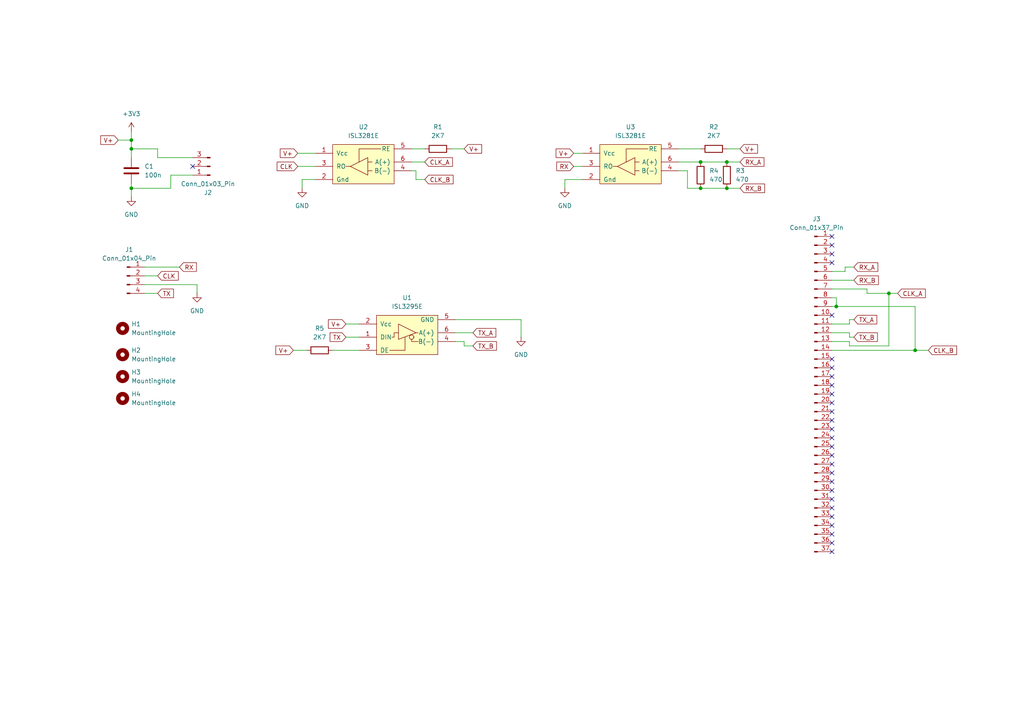
<source format=kicad_sch>
(kicad_sch (version 20231120) (generator "eeschema") (generator_version "8.0")
  (paper "A4")
  (lib_symbols
    (symbol "Connector:Conn_01x03_Pin" (pin_names (offset 1.016) hide)
      (property "Reference" "J" (at 0 5.08 0))
      (property "Value" "Conn_01x03_Pin" (at 0 -5.08 0))
      (symbol "Conn_01x03_Pin_1_1"
        (polyline (pts (xy 1.27 -2.54) (xy 0.8636 -2.54)) (stroke (width 0.1524)))
        (polyline (pts (xy 1.27 0) (xy 0.8636 0)) (stroke (width 0.1524)))
        (polyline (pts (xy 1.27 2.54) (xy 0.8636 2.54)) (stroke (width 0.1524)))
        (rectangle (start 0.8636 -2.413) (end 0 -2.667) (stroke (width 0.1524)) (fill (type outline)))
        (rectangle (start 0.8636 0.127) (end 0 -0.127) (stroke (width 0.1524)) (fill (type outline)))
        (rectangle (start 0.8636 2.667) (end 0 2.413) (stroke (width 0.1524)) (fill (type outline)))
        (pin passive line (at 5.08 2.54 180) (length 3.81) (name "Pin_1") (number "1"))
        (pin passive line (at 5.08 0 180) (length 3.81) (name "Pin_2") (number "2"))
        (pin passive line (at 5.08 -2.54 180) (length 3.81) (name "Pin_3") (number "3"))
      )
    )
    (symbol "Connector:Conn_01x04_Pin" (pin_names (offset 1.016) hide)
      (property "Reference" "J" (at 0 5.08 0))
      (property "Value" "Conn_01x04_Pin" (at 0 -7.62 0))
      (symbol "Conn_01x04_Pin_1_1"
        (polyline (pts (xy 1.27 -5.08) (xy 0.8636 -5.08)) (stroke (width 0.1524)))
        (polyline (pts (xy 1.27 -2.54) (xy 0.8636 -2.54)) (stroke (width 0.1524)))
        (polyline (pts (xy 1.27 0) (xy 0.8636 0)) (stroke (width 0.1524)))
        (polyline (pts (xy 1.27 2.54) (xy 0.8636 2.54)) (stroke (width 0.1524)))
        (rectangle (start 0.8636 -4.953) (end 0 -5.207) (stroke (width 0.1524)) (fill (type outline)))
        (rectangle (start 0.8636 -2.413) (end 0 -2.667) (stroke (width 0.1524)) (fill (type outline)))
        (rectangle (start 0.8636 0.127) (end 0 -0.127) (stroke (width 0.1524)) (fill (type outline)))
        (rectangle (start 0.8636 2.667) (end 0 2.413) (stroke (width 0.1524)) (fill (type outline)))
        (pin passive line (at 5.08 2.54 180) (length 3.81) (name "Pin_1") (number "1"))
        (pin passive line (at 5.08 0 180) (length 3.81) (name "Pin_2") (number "2"))
        (pin passive line (at 5.08 -2.54 180) (length 3.81) (name "Pin_3") (number "3"))
        (pin passive line (at 5.08 -5.08 180) (length 3.81) (name "Pin_4") (number "4"))
      )
    )
    (symbol "Connector:Conn_01x37_Pin" (pin_names (offset 1.016) hide)
      (property "Reference" "J" (at 0 48.26 0))
      (property "Value" "Conn_01x37_Pin" (at 0 -48.26 0))
      (symbol "Conn_01x37_Pin_1_1"
        (polyline (pts (xy 1.27 -45.72) (xy 0.8636 -45.72)) (stroke (width 0.1524)))
        (polyline (pts (xy 1.27 -43.18) (xy 0.8636 -43.18)) (stroke (width 0.1524)))
        (polyline (pts (xy 1.27 -40.64) (xy 0.8636 -40.64)) (stroke (width 0.1524)))
        (polyline (pts (xy 1.27 -38.1) (xy 0.8636 -38.1)) (stroke (width 0.1524)))
        (polyline (pts (xy 1.27 -35.56) (xy 0.8636 -35.56)) (stroke (width 0.1524)))
        (polyline (pts (xy 1.27 -33.02) (xy 0.8636 -33.02)) (stroke (width 0.1524)))
        (polyline (pts (xy 1.27 -30.48) (xy 0.8636 -30.48)) (stroke (width 0.1524)))
        (polyline (pts (xy 1.27 -27.94) (xy 0.8636 -27.94)) (stroke (width 0.1524)))
        (polyline (pts (xy 1.27 -25.4) (xy 0.8636 -25.4)) (stroke (width 0.1524)))
        (polyline (pts (xy 1.27 -22.86) (xy 0.8636 -22.86)) (stroke (width 0.1524)))
        (polyline (pts (xy 1.27 -20.32) (xy 0.8636 -20.32)) (stroke (width 0.1524)))
        (polyline (pts (xy 1.27 -17.78) (xy 0.8636 -17.78)) (stroke (width 0.1524)))
        (polyline (pts (xy 1.27 -15.24) (xy 0.8636 -15.24)) (stroke (width 0.1524)))
        (polyline (pts (xy 1.27 -12.7) (xy 0.8636 -12.7)) (stroke (width 0.1524)))
        (polyline (pts (xy 1.27 -10.16) (xy 0.8636 -10.16)) (stroke (width 0.1524)))
        (polyline (pts (xy 1.27 -7.62) (xy 0.8636 -7.62)) (stroke (width 0.1524)))
        (polyline (pts (xy 1.27 -5.08) (xy 0.8636 -5.08)) (stroke (width 0.1524)))
        (polyline (pts (xy 1.27 -2.54) (xy 0.8636 -2.54)) (stroke (width 0.1524)))
        (polyline (pts (xy 1.27 0) (xy 0.8636 0)) (stroke (width 0.1524)))
        (polyline (pts (xy 1.27 2.54) (xy 0.8636 2.54)) (stroke (width 0.1524)))
        (polyline (pts (xy 1.27 5.08) (xy 0.8636 5.08)) (stroke (width 0.1524)))
        (polyline (pts (xy 1.27 7.62) (xy 0.8636 7.62)) (stroke (width 0.1524)))
        (polyline (pts (xy 1.27 10.16) (xy 0.8636 10.16)) (stroke (width 0.1524)))
        (polyline (pts (xy 1.27 12.7) (xy 0.8636 12.7)) (stroke (width 0.1524)))
        (polyline (pts (xy 1.27 15.24) (xy 0.8636 15.24)) (stroke (width 0.1524)))
        (polyline (pts (xy 1.27 17.78) (xy 0.8636 17.78)) (stroke (width 0.1524)))
        (polyline (pts (xy 1.27 20.32) (xy 0.8636 20.32)) (stroke (width 0.1524)))
        (polyline (pts (xy 1.27 22.86) (xy 0.8636 22.86)) (stroke (width 0.1524)))
        (polyline (pts (xy 1.27 25.4) (xy 0.8636 25.4)) (stroke (width 0.1524)))
        (polyline (pts (xy 1.27 27.94) (xy 0.8636 27.94)) (stroke (width 0.1524)))
        (polyline (pts (xy 1.27 30.48) (xy 0.8636 30.48)) (stroke (width 0.1524)))
        (polyline (pts (xy 1.27 33.02) (xy 0.8636 33.02)) (stroke (width 0.1524)))
        (polyline (pts (xy 1.27 35.56) (xy 0.8636 35.56)) (stroke (width 0.1524)))
        (polyline (pts (xy 1.27 38.1) (xy 0.8636 38.1)) (stroke (width 0.1524)))
        (polyline (pts (xy 1.27 40.64) (xy 0.8636 40.64)) (stroke (width 0.1524)))
        (polyline (pts (xy 1.27 43.18) (xy 0.8636 43.18)) (stroke (width 0.1524)))
        (polyline (pts (xy 1.27 45.72) (xy 0.8636 45.72)) (stroke (width 0.1524)))
        (rectangle (start 0.8636 -45.593) (end 0 -45.847) (stroke (width 0.1524)) (fill (type outline)))
        (rectangle (start 0.8636 -43.053) (end 0 -43.307) (stroke (width 0.1524)) (fill (type outline)))
        (rectangle (start 0.8636 -40.513) (end 0 -40.767) (stroke (width 0.1524)) (fill (type outline)))
        (rectangle (start 0.8636 -37.973) (end 0 -38.227) (stroke (width 0.1524)) (fill (type outline)))
        (rectangle (start 0.8636 -35.433) (end 0 -35.687) (stroke (width 0.1524)) (fill (type outline)))
        (rectangle (start 0.8636 -32.893) (end 0 -33.147) (stroke (width 0.1524)) (fill (type outline)))
        (rectangle (start 0.8636 -30.353) (end 0 -30.607) (stroke (width 0.1524)) (fill (type outline)))
        (rectangle (start 0.8636 -27.813) (end 0 -28.067) (stroke (width 0.1524)) (fill (type outline)))
        (rectangle (start 0.8636 -25.273) (end 0 -25.527) (stroke (width 0.1524)) (fill (type outline)))
        (rectangle (start 0.8636 -22.733) (end 0 -22.987) (stroke (width 0.1524)) (fill (type outline)))
        (rectangle (start 0.8636 -20.193) (end 0 -20.447) (stroke (width 0.1524)) (fill (type outline)))
        (rectangle (start 0.8636 -17.653) (end 0 -17.907) (stroke (width 0.1524)) (fill (type outline)))
        (rectangle (start 0.8636 -15.113) (end 0 -15.367) (stroke (width 0.1524)) (fill (type outline)))
        (rectangle (start 0.8636 -12.573) (end 0 -12.827) (stroke (width 0.1524)) (fill (type outline)))
        (rectangle (start 0.8636 -10.033) (end 0 -10.287) (stroke (width 0.1524)) (fill (type outline)))
        (rectangle (start 0.8636 -7.493) (end 0 -7.747) (stroke (width 0.1524)) (fill (type outline)))
        (rectangle (start 0.8636 -4.953) (end 0 -5.207) (stroke (width 0.1524)) (fill (type outline)))
        (rectangle (start 0.8636 -2.413) (end 0 -2.667) (stroke (width 0.1524)) (fill (type outline)))
        (rectangle (start 0.8636 0.127) (end 0 -0.127) (stroke (width 0.1524)) (fill (type outline)))
        (rectangle (start 0.8636 2.667) (end 0 2.413) (stroke (width 0.1524)) (fill (type outline)))
        (rectangle (start 0.8636 5.207) (end 0 4.953) (stroke (width 0.1524)) (fill (type outline)))
        (rectangle (start 0.8636 7.747) (end 0 7.493) (stroke (width 0.1524)) (fill (type outline)))
        (rectangle (start 0.8636 10.287) (end 0 10.033) (stroke (width 0.1524)) (fill (type outline)))
        (rectangle (start 0.8636 12.827) (end 0 12.573) (stroke (width 0.1524)) (fill (type outline)))
        (rectangle (start 0.8636 15.367) (end 0 15.113) (stroke (width 0.1524)) (fill (type outline)))
        (rectangle (start 0.8636 17.907) (end 0 17.653) (stroke (width 0.1524)) (fill (type outline)))
        (rectangle (start 0.8636 20.447) (end 0 20.193) (stroke (width 0.1524)) (fill (type outline)))
        (rectangle (start 0.8636 22.987) (end 0 22.733) (stroke (width 0.1524)) (fill (type outline)))
        (rectangle (start 0.8636 25.527) (end 0 25.273) (stroke (width 0.1524)) (fill (type outline)))
        (rectangle (start 0.8636 28.067) (end 0 27.813) (stroke (width 0.1524)) (fill (type outline)))
        (rectangle (start 0.8636 30.607) (end 0 30.353) (stroke (width 0.1524)) (fill (type outline)))
        (rectangle (start 0.8636 33.147) (end 0 32.893) (stroke (width 0.1524)) (fill (type outline)))
        (rectangle (start 0.8636 35.687) (end 0 35.433) (stroke (width 0.1524)) (fill (type outline)))
        (rectangle (start 0.8636 38.227) (end 0 37.973) (stroke (width 0.1524)) (fill (type outline)))
        (rectangle (start 0.8636 40.767) (end 0 40.513) (stroke (width 0.1524)) (fill (type outline)))
        (rectangle (start 0.8636 43.307) (end 0 43.053) (stroke (width 0.1524)) (fill (type outline)))
        (rectangle (start 0.8636 45.847) (end 0 45.593) (stroke (width 0.1524)) (fill (type outline)))
        (pin passive line (at 5.08 45.72 180) (length 3.81) (name "Pin_1") (number "1"))
        (pin passive line (at 5.08 22.86 180) (length 3.81) (name "Pin_10") (number "10"))
        (pin passive line (at 5.08 20.32 180) (length 3.81) (name "Pin_11") (number "11"))
        (pin passive line (at 5.08 17.78 180) (length 3.81) (name "Pin_12") (number "12"))
        (pin passive line (at 5.08 15.24 180) (length 3.81) (name "Pin_13") (number "13"))
        (pin passive line (at 5.08 12.7 180) (length 3.81) (name "Pin_14") (number "14"))
        (pin passive line (at 5.08 10.16 180) (length 3.81) (name "Pin_15") (number "15"))
        (pin passive line (at 5.08 7.62 180) (length 3.81) (name "Pin_16") (number "16"))
        (pin passive line (at 5.08 5.08 180) (length 3.81) (name "Pin_17") (number "17"))
        (pin passive line (at 5.08 2.54 180) (length 3.81) (name "Pin_18") (number "18"))
        (pin passive line (at 5.08 0 180) (length 3.81) (name "Pin_19") (number "19"))
        (pin passive line (at 5.08 43.18 180) (length 3.81) (name "Pin_2") (number "2"))
        (pin passive line (at 5.08 -2.54 180) (length 3.81) (name "Pin_20") (number "20"))
        (pin passive line (at 5.08 -5.08 180) (length 3.81) (name "Pin_21") (number "21"))
        (pin passive line (at 5.08 -7.62 180) (length 3.81) (name "Pin_22") (number "22"))
        (pin passive line (at 5.08 -10.16 180) (length 3.81) (name "Pin_23") (number "23"))
        (pin passive line (at 5.08 -12.7 180) (length 3.81) (name "Pin_24") (number "24"))
        (pin passive line (at 5.08 -15.24 180) (length 3.81) (name "Pin_25") (number "25"))
        (pin passive line (at 5.08 -17.78 180) (length 3.81) (name "Pin_26") (number "26"))
        (pin passive line (at 5.08 -20.32 180) (length 3.81) (name "Pin_27") (number "27"))
        (pin passive line (at 5.08 -22.86 180) (length 3.81) (name "Pin_28") (number "28"))
        (pin passive line (at 5.08 -25.4 180) (length 3.81) (name "Pin_29") (number "29"))
        (pin passive line (at 5.08 40.64 180) (length 3.81) (name "Pin_3") (number "3"))
        (pin passive line (at 5.08 -27.94 180) (length 3.81) (name "Pin_30") (number "30"))
        (pin passive line (at 5.08 -30.48 180) (length 3.81) (name "Pin_31") (number "31"))
        (pin passive line (at 5.08 -33.02 180) (length 3.81) (name "Pin_32") (number "32"))
        (pin passive line (at 5.08 -35.56 180) (length 3.81) (name "Pin_33") (number "33"))
        (pin passive line (at 5.08 -38.1 180) (length 3.81) (name "Pin_34") (number "34"))
        (pin passive line (at 5.08 -40.64 180) (length 3.81) (name "Pin_35") (number "35"))
        (pin passive line (at 5.08 -43.18 180) (length 3.81) (name "Pin_36") (number "36"))
        (pin passive line (at 5.08 -45.72 180) (length 3.81) (name "Pin_37") (number "37"))
        (pin passive line (at 5.08 38.1 180) (length 3.81) (name "Pin_4") (number "4"))
        (pin passive line (at 5.08 35.56 180) (length 3.81) (name "Pin_5") (number "5"))
        (pin passive line (at 5.08 33.02 180) (length 3.81) (name "Pin_6") (number "6"))
        (pin passive line (at 5.08 30.48 180) (length 3.81) (name "Pin_7") (number "7"))
        (pin passive line (at 5.08 27.94 180) (length 3.81) (name "Pin_8") (number "8"))
        (pin passive line (at 5.08 25.4 180) (length 3.81) (name "Pin_9") (number "9"))
      )
    )
    (symbol "Device:C" (pin_numbers hide) (pin_names (offset 0.254))
      (property "Reference" "C" (at 0.635 2.54 0))
      (property "Value" "C" (at 0.635 -2.54 0))
      (symbol "C_0_1"
        (polyline (pts (xy -2.032 -0.762) (xy 2.032 -0.762)) (stroke (width 0.508)))
        (polyline (pts (xy -2.032 0.762) (xy 2.032 0.762)) (stroke (width 0.508)))
      )
      (symbol "C_1_1"
        (pin passive line (at 0 3.81 270) (length 2.794) (name "~") (number "1"))
        (pin passive line (at 0 -3.81 90) (length 2.794) (name "~") (number "2"))
      )
    )
    (symbol "Device:R" (pin_numbers hide) (pin_names (offset 0))
      (property "Reference" "R" (at 2.032 0 90))
      (property "Value" "R" (at 0 0 90))
      (symbol "R_0_1"
        (rectangle (start -1.016 -2.54) (end 1.016 2.54) (stroke (width 0.254)))
      )
      (symbol "R_1_1"
        (pin passive line (at 0 3.81 270) (length 1.27) (name "~") (number "1"))
        (pin passive line (at 0 -3.81 90) (length 1.27) (name "~") (number "2"))
      )
    )
    (symbol "Mechanical:MountingHole" (pin_names (offset 1.016)) (exclude_from_sim yes) (in_bom no)
      (property "Reference" "H" (at 0 5.08 0))
      (property "Value" "MountingHole" (at 0 3.175 0))
      (symbol "MountingHole_0_1"
        (circle (center 0 0) (radius 1.27) (stroke (width 1.27)))
      )
    )
    (symbol "myparts:ISL3281E" (pin_names (offset 1.016))
      (property "Reference" "U" (at 0 -6.35 0))
      (property "Value" "ISL3281E" (at -1.27 7.62 0))
      (symbol "ISL3281E_0_1"
        (rectangle (start -10.16 6.35) (end 7.62 -5.08) (fill (type background)))
        (polyline (pts (xy -5.08 0) (xy -6.35 0)))
        (polyline (pts (xy 0 -1.27) (xy 1.27 -1.27)))
        (polyline (pts (xy 0 1.27) (xy 1.27 1.27)))
        (polyline (pts (xy 3.81 5.08) (xy -2.54 5.08) (xy -2.54 1.27)))
        (polyline (pts (xy 0 2.54) (xy 0 -2.54) (xy -5.08 0) (xy 0 2.54)))
      )
      (symbol "ISL3281E_1_1"
        (pin power_in line (at -15.24 3.81 0) (length 5.08) (name "Vcc") (number "1"))
        (pin power_in line (at -15.24 -3.81 0) (length 5.08) (name "Gnd") (number "2"))
        (pin output line (at -15.24 0 0) (length 5.08) (name "RO") (number "3"))
        (pin input line (at 12.7 -1.27 180) (length 5.08) (name "B(-)") (number "4"))
        (pin input line (at 12.7 5.08 180) (length 5.08) (name "RE") (number "5"))
        (pin input line (at 12.7 1.27 180) (length 5.08) (name "A(+)") (number "6"))
      )
    )
    (symbol "myparts:ISL3295E" (pin_names (offset 1.016))
      (property "Reference" "U" (at 0 -6.35 0))
      (property "Value" "ISL3295E" (at -1.27 7.62 0))
      (symbol "ISL3295E_0_1"
        (rectangle (start -10.16 6.35) (end 7.62 -5.08) (fill (type background)))
        (polyline (pts (xy 1.27 1.27) (xy 1.905 1.27)))
        (polyline (pts (xy -6.35 -3.81) (xy -1.905 -3.81) (xy -1.905 0)))
        (polyline (pts (xy 1.905 -1.27) (xy 0 -1.27) (xy 0 -0.635)))
        (polyline (pts (xy -3.81 1.27) (xy -5.08 1.27) (xy -5.08 0) (xy -5.715 0)))
        (polyline (pts (xy 1.27 1.27) (xy -3.81 -0.635) (xy -3.81 3.81) (xy 1.27 1.27)))
        (circle (center 0 0) (radius 0.635))
        (circle (center 0.635 0) (radius 0.0001))
      )
      (symbol "ISL3295E_1_1"
        (pin input line (at -15.24 0 0) (length 5.08) (name "DIN") (number "1"))
        (pin power_in line (at -15.24 3.81 0) (length 5.08) (name "Vcc") (number "2"))
        (pin input line (at -15.24 -3.81 0) (length 5.08) (name "DE") (number "3"))
        (pin output line (at 12.7 -1.27 180) (length 5.08) (name "B(-)") (number "4"))
        (pin power_in line (at 12.7 5.08 180) (length 5.08) (name "GND") (number "5"))
        (pin output line (at 12.7 1.27 180) (length 5.08) (name "A(+)") (number "6"))
      )
    )
    (symbol "power:+3V3" (power) (pin_numbers hide) (pin_names (offset 0) hide)
      (property "Value" "+3V3" (at 0 3.556 0))
      (symbol "+3V3_0_1"
        (polyline (pts (xy -0.762 1.27) (xy 0 2.54)))
        (polyline (pts (xy 0 0) (xy 0 2.54)))
        (polyline (pts (xy 0 2.54) (xy 0.762 1.27)))
      )
      (symbol "+3V3_1_1"
        (pin power_in line (at 0 0 90) (length 0) (name "~") (number "1"))
      )
    )
    (symbol "power:GND" (power) (pin_numbers hide) (pin_names (offset 0) hide)
      (property "Value" "GND" (at 0 -3.81 0))
      (symbol "GND_0_1"
        (polyline (pts (xy 0 0) (xy 0 -1.27) (xy 1.27 -1.27) (xy 0 -2.54) (xy -1.27 -1.27) (xy 0 -1.27)))
      )
      (symbol "GND_1_1"
        (pin power_in line (at 0 0 270) (length 0) (name "~") (number "1"))
      )
    )
  )
  (junction (at 242.57 88.9))
  (junction (at 257.81 85.09))
  (junction (at 210.82 46.99))
  (junction (at 265.43 101.6))
  (junction (at 38.1 54.61))
  (junction (at 203.2 54.61))
  (junction (at 38.1 40.64))
  (junction (at 38.1 43.18))
  (junction (at 203.2 46.99))
  (junction (at 210.82 54.61))
  (no_connect (at 241.3 76.2))
  (no_connect (at 241.3 68.58))
  (no_connect (at 241.3 71.12))
  (no_connect (at 241.3 137.16))
  (no_connect (at 241.3 152.4))
  (no_connect (at 241.3 114.3))
  (no_connect (at 241.3 147.32))
  (no_connect (at 241.3 144.78))
  (no_connect (at 241.3 157.48))
  (no_connect (at 241.3 154.94))
  (no_connect (at 241.3 104.14))
  (no_connect (at 241.3 91.44))
  (no_connect (at 241.3 116.84))
  (no_connect (at 241.3 132.08))
  (no_connect (at 241.3 142.24))
  (no_connect (at 241.3 160.02))
  (no_connect (at 241.3 73.66))
  (no_connect (at 241.3 121.92))
  (no_connect (at 241.3 124.46))
  (no_connect (at 55.88 48.26))
  (no_connect (at 241.3 109.22))
  (no_connect (at 241.3 149.86))
  (no_connect (at 241.3 129.54))
  (no_connect (at 241.3 119.38))
  (no_connect (at 241.3 127))
  (no_connect (at 241.3 139.7))
  (no_connect (at 241.3 111.76))
  (no_connect (at 241.3 106.68))
  (no_connect (at 241.3 134.62))
  (wire (pts (xy 241.3 83.82) (xy 251.46 83.82)))
  (wire (pts (xy 132.08 96.52) (xy 137.16 96.52)))
  (wire (pts (xy 245.11 77.47) (xy 247.65 77.47)))
  (wire (pts (xy 210.82 46.99) (xy 214.63 46.99)))
  (wire (pts (xy 246.38 99.06) (xy 246.38 100.33)))
  (wire (pts (xy 246.38 92.71) (xy 247.65 92.71)))
  (wire (pts (xy 120.65 52.07) (xy 120.65 49.53)))
  (wire (pts (xy 257.81 85.09) (xy 260.35 85.09)))
  (wire (pts (xy 265.43 101.6) (xy 265.43 88.9)))
  (wire (pts (xy 38.1 43.18) (xy 38.1 45.72)))
  (wire (pts (xy 100.33 97.79) (xy 104.14 97.79)))
  (wire (pts (xy 49.53 54.61) (xy 38.1 54.61)))
  (wire (pts (xy 246.38 93.98) (xy 246.38 92.71)))
  (wire (pts (xy 203.2 54.61) (xy 199.39 54.61)))
  (wire (pts (xy 241.3 101.6) (xy 265.43 101.6)))
  (wire (pts (xy 134.62 100.33) (xy 137.16 100.33)))
  (wire (pts (xy 203.2 54.61) (xy 210.82 54.61)))
  (wire (pts (xy 45.72 45.72) (xy 45.72 43.18)))
  (wire (pts (xy 246.38 100.33) (xy 257.81 100.33)))
  (wire (pts (xy 203.2 46.99) (xy 210.82 46.99)))
  (wire (pts (xy 41.91 85.09) (xy 45.72 85.09)))
  (wire (pts (xy 130.81 43.18) (xy 134.62 43.18)))
  (wire (pts (xy 38.1 40.64) (xy 38.1 43.18)))
  (wire (pts (xy 119.38 43.18) (xy 123.19 43.18)))
  (wire (pts (xy 85.09 101.6) (xy 88.9 101.6)))
  (wire (pts (xy 251.46 83.82) (xy 251.46 85.09)))
  (wire (pts (xy 45.72 43.18) (xy 38.1 43.18)))
  (wire (pts (xy 241.3 78.74) (xy 245.11 78.74)))
  (wire (pts (xy 119.38 46.99) (xy 123.19 46.99)))
  (wire (pts (xy 196.85 46.99) (xy 203.2 46.99)))
  (wire (pts (xy 132.08 92.71) (xy 151.13 92.71)))
  (wire (pts (xy 166.37 44.45) (xy 168.91 44.45)))
  (wire (pts (xy 241.3 93.98) (xy 246.38 93.98)))
  (wire (pts (xy 151.13 92.71) (xy 151.13 97.79)))
  (wire (pts (xy 265.43 101.6) (xy 269.24 101.6)))
  (wire (pts (xy 38.1 38.1) (xy 38.1 40.64)))
  (wire (pts (xy 210.82 43.18) (xy 214.63 43.18)))
  (wire (pts (xy 38.1 53.34) (xy 38.1 54.61)))
  (wire (pts (xy 49.53 50.8) (xy 49.53 54.61)))
  (wire (pts (xy 245.11 78.74) (xy 245.11 77.47)))
  (wire (pts (xy 34.29 40.64) (xy 38.1 40.64)))
  (wire (pts (xy 163.83 54.61) (xy 163.83 52.07)))
  (wire (pts (xy 86.36 48.26) (xy 91.44 48.26)))
  (wire (pts (xy 246.38 97.79) (xy 247.65 97.79)))
  (wire (pts (xy 132.08 99.06) (xy 134.62 99.06)))
  (wire (pts (xy 87.63 52.07) (xy 91.44 52.07)))
  (wire (pts (xy 134.62 99.06) (xy 134.62 100.33)))
  (wire (pts (xy 241.3 81.28) (xy 247.65 81.28)))
  (wire (pts (xy 199.39 54.61) (xy 199.39 49.53)))
  (wire (pts (xy 41.91 80.01) (xy 45.72 80.01)))
  (wire (pts (xy 96.52 101.6) (xy 104.14 101.6)))
  (wire (pts (xy 57.15 82.55) (xy 57.15 85.09)))
  (wire (pts (xy 123.19 52.07) (xy 120.65 52.07)))
  (wire (pts (xy 119.38 49.53) (xy 120.65 49.53)))
  (wire (pts (xy 251.46 85.09) (xy 257.81 85.09)))
  (wire (pts (xy 241.3 96.52) (xy 246.38 96.52)))
  (wire (pts (xy 163.83 52.07) (xy 168.91 52.07)))
  (wire (pts (xy 210.82 54.61) (xy 214.63 54.61)))
  (wire (pts (xy 100.33 93.98) (xy 104.14 93.98)))
  (wire (pts (xy 257.81 85.09) (xy 257.81 100.33)))
  (wire (pts (xy 41.91 77.47) (xy 52.07 77.47)))
  (wire (pts (xy 87.63 52.07) (xy 87.63 54.61)))
  (wire (pts (xy 242.57 88.9) (xy 265.43 88.9)))
  (wire (pts (xy 242.57 86.36) (xy 242.57 88.9)))
  (wire (pts (xy 55.88 45.72) (xy 45.72 45.72)))
  (wire (pts (xy 196.85 49.53) (xy 199.39 49.53)))
  (wire (pts (xy 196.85 43.18) (xy 203.2 43.18)))
  (wire (pts (xy 246.38 96.52) (xy 246.38 97.79)))
  (wire (pts (xy 241.3 99.06) (xy 246.38 99.06)))
  (wire (pts (xy 241.3 86.36) (xy 242.57 86.36)))
  (wire (pts (xy 41.91 82.55) (xy 57.15 82.55)))
  (wire (pts (xy 86.36 44.45) (xy 91.44 44.45)))
  (wire (pts (xy 38.1 54.61) (xy 38.1 57.15)))
  (wire (pts (xy 55.88 50.8) (xy 49.53 50.8)))
  (wire (pts (xy 241.3 88.9) (xy 242.57 88.9)))
  (wire (pts (xy 166.37 48.26) (xy 168.91 48.26)))
  (global_label "RX_A" (shape input) (at 247.65 77.47 0) (property "Intersheetrefs" "${INTERSHEET_REFS}" (effects (hide yes))))
  (global_label "TX_A" (shape input) (at 137.16 96.52 0) (property "Intersheetrefs" "${INTERSHEET_REFS}" (effects (hide yes))))
  (global_label "CLK_A" (shape input) (at 123.19 46.99 0) (property "Intersheetrefs" "${INTERSHEET_REFS}" (effects (hide yes))))
  (global_label "V+" (shape input) (at 85.09 101.6 180) (property "Intersheetrefs" "${INTERSHEET_REFS}" (effects (hide yes))))
  (global_label "V+" (shape input) (at 134.62 43.18 0) (property "Intersheetrefs" "${INTERSHEET_REFS}" (effects (hide yes))))
  (global_label "V+" (shape input) (at 100.33 93.98 180) (property "Intersheetrefs" "${INTERSHEET_REFS}" (effects (hide yes))))
  (global_label "RX" (shape input) (at 52.07 77.47 0) (property "Intersheetrefs" "${INTERSHEET_REFS}" (effects (hide yes))))
  (global_label "TX" (shape input) (at 100.33 97.79 180) (property "Intersheetrefs" "${INTERSHEET_REFS}" (effects (hide yes))))
  (global_label "RX_A" (shape input) (at 214.63 46.99 0) (property "Intersheetrefs" "${INTERSHEET_REFS}" (effects (hide yes))))
  (global_label "TX_B" (shape input) (at 247.65 97.79 0) (property "Intersheetrefs" "${INTERSHEET_REFS}" (effects (hide yes))))
  (global_label "RX" (shape input) (at 166.37 48.26 180) (property "Intersheetrefs" "${INTERSHEET_REFS}" (effects (hide yes))))
  (global_label "V+" (shape input) (at 166.37 44.45 180) (property "Intersheetrefs" "${INTERSHEET_REFS}" (effects (hide yes))))
  (global_label "CLK_A" (shape input) (at 260.35 85.09 0) (property "Intersheetrefs" "${INTERSHEET_REFS}" (effects (hide yes))))
  (global_label "CLK" (shape input) (at 86.36 48.26 180) (property "Intersheetrefs" "${INTERSHEET_REFS}" (effects (hide yes))))
  (global_label "V+" (shape input) (at 34.29 40.64 180) (property "Intersheetrefs" "${INTERSHEET_REFS}" (effects (hide yes))))
  (global_label "TX_A" (shape input) (at 247.65 92.71 0) (property "Intersheetrefs" "${INTERSHEET_REFS}" (effects (hide yes))))
  (global_label "TX" (shape input) (at 45.72 85.09 0) (property "Intersheetrefs" "${INTERSHEET_REFS}" (effects (hide yes))))
  (global_label "RX_B" (shape input) (at 214.63 54.61 0) (property "Intersheetrefs" "${INTERSHEET_REFS}" (effects (hide yes))))
  (global_label "V+" (shape input) (at 214.63 43.18 0) (property "Intersheetrefs" "${INTERSHEET_REFS}" (effects (hide yes))))
  (global_label "TX_B" (shape input) (at 137.16 100.33 0) (property "Intersheetrefs" "${INTERSHEET_REFS}" (effects (hide yes))))
  (global_label "CLK" (shape input) (at 45.72 80.01 0) (property "Intersheetrefs" "${INTERSHEET_REFS}" (effects (hide yes))))
  (global_label "CLK_B" (shape input) (at 123.19 52.07 0) (property "Intersheetrefs" "${INTERSHEET_REFS}" (effects (hide yes))))
  (global_label "RX_B" (shape input) (at 247.65 81.28 0) (property "Intersheetrefs" "${INTERSHEET_REFS}" (effects (hide yes))))
  (global_label "CLK_B" (shape input) (at 269.24 101.6 0) (property "Intersheetrefs" "${INTERSHEET_REFS}" (effects (hide yes))))
  (global_label "V+" (shape input) (at 86.36 44.45 180) (property "Intersheetrefs" "${INTERSHEET_REFS}" (effects (hide yes))))
  (symbol (lib_id "Device:R") (at 207.01 43.18 90) (unit 1)
    (property "Reference" "R2" (at 207.01 36.83 90))
    (property "Value" "2K7" (at 207.01 39.37 90))
    (property "Footprint" "Resistor_SMD:R_0805_2012Metric" (effects (hide yes)))
    (property "Description" "Resistor" (effects (hide yes)))
  )
  (symbol (lib_id "Device:R") (at 127 43.18 90) (unit 1)
    (property "Reference" "R1" (at 127 36.83 90))
    (property "Value" "2K7" (at 127 39.37 90))
    (property "Footprint" "Resistor_SMD:R_0805_2012Metric" (effects (hide yes)))
    (property "Description" "Resistor" (effects (hide yes)))
  )
  (symbol (lib_id "power:GND") (at 163.83 54.61 0) (unit 1)
    (property "Reference" "#PWR05" (effects (hide yes)))
    (property "Value" "GND" (at 163.83 59.69 0))
    (property "Description" "Power symbol creates a global label with name \"GND\" , ground" (effects (hide yes)))
  )
  (symbol (lib_id "power:+3V3") (at 38.1 38.1 0) (unit 1)
    (property "Reference" "#PWR02" (effects (hide yes)))
    (property "Value" "+3V3" (at 38.1 33.02 0))
    (property "Description" "Power symbol creates a global label with name \"+3V3\"" (effects (hide yes)))
  )
  (symbol (lib_id "Mechanical:MountingHole") (at 35.56 109.22 0) (unit 1) (exclude_from_sim yes) (in_bom no)
    (property "Reference" "H3" (at 38.1 107.9499 0) (effects (justify left)))
    (property "Value" "MountingHole" (at 38.1 110.4899 0) (effects (justify left)))
    (property "Footprint" "MountingHole:MountingHole_2.2mm_M2" (effects (hide yes)))
    (property "Description" "Mounting Hole without connection" (effects (hide yes)))
  )
  (symbol (lib_id "Device:R") (at 210.82 50.8 180) (unit 1)
    (property "Reference" "R3" (at 213.36 49.5299 0) (effects (justify right)))
    (property "Value" "470" (at 213.36 52.0699 0) (effects (justify right)))
    (property "Footprint" "Resistor_SMD:R_1206_3216Metric" (effects (hide yes)))
    (property "Description" "Resistor" (effects (hide yes)))
  )
  (symbol (lib_id "myparts:ISL3295E") (at 119.38 97.79 0) (unit 1)
    (property "Reference" "U1" (at 118.11 86.36 0))
    (property "Value" "ISL3295E" (at 118.11 88.9 0))
    (property "Footprint" "Package_TO_SOT_SMD:SOT-23-6" (effects (hide yes)))
  )
  (symbol (lib_id "myparts:ISL3281E") (at 106.68 48.26 0) (unit 1)
    (property "Reference" "U2" (at 105.41 36.83 0))
    (property "Value" "ISL3281E" (at 105.41 39.37 0))
    (property "Footprint" "Package_TO_SOT_SMD:SOT-23-6" (effects (hide yes)))
  )
  (symbol (lib_id "power:GND") (at 151.13 97.79 0) (unit 1)
    (property "Reference" "#PWR06" (effects (hide yes)))
    (property "Value" "GND" (at 151.13 102.87 0))
    (property "Description" "Power symbol creates a global label with name \"GND\" , ground" (effects (hide yes)))
  )
  (symbol (lib_id "power:GND") (at 57.15 85.09 0) (unit 1)
    (property "Reference" "#PWR04" (effects (hide yes)))
    (property "Value" "GND" (at 57.15 90.17 0))
    (property "Description" "Power symbol creates a global label with name \"GND\" , ground" (effects (hide yes)))
  )
  (symbol (lib_id "myparts:ISL3281E") (at 184.15 48.26 0) (unit 1)
    (property "Reference" "U3" (at 182.88 36.83 0))
    (property "Value" "ISL3281E" (at 182.88 39.37 0))
    (property "Footprint" "Package_TO_SOT_SMD:SOT-23-6" (effects (hide yes)))
  )
  (symbol (lib_id "Device:R") (at 92.71 101.6 90) (unit 1)
    (property "Reference" "R5" (at 92.71 95.25 90))
    (property "Value" "2K7" (at 92.71 97.79 90))
    (property "Footprint" "Resistor_SMD:R_0805_2012Metric" (effects (hide yes)))
    (property "Description" "Resistor" (effects (hide yes)))
  )
  (symbol (lib_id "Connector:Conn_01x04_Pin") (at 36.83 80.01 0) (unit 1)
    (property "Reference" "J1" (at 37.465 72.39 0))
    (property "Value" "Conn_01x04_Pin" (at 37.465 74.93 0))
    (property "Footprint" "Connector_PinHeader_2.54mm:PinHeader_1x04_P2.54mm_Vertical" (effects (hide yes)))
    (property "Description" "Generic connector, single row, 01x04, script generated" (effects (hide yes)))
  )
  (symbol (lib_id "power:GND") (at 38.1 57.15 0) (unit 1)
    (property "Reference" "#PWR01" (effects (hide yes)))
    (property "Value" "GND" (at 38.1 62.23 0))
    (property "Description" "Power symbol creates a global label with name \"GND\" , ground" (effects (hide yes)))
  )
  (symbol (lib_id "Mechanical:MountingHole") (at 35.56 102.87 0) (unit 1) (exclude_from_sim yes) (in_bom no)
    (property "Reference" "H2" (at 38.1 101.5999 0) (effects (justify left)))
    (property "Value" "MountingHole" (at 38.1 104.1399 0) (effects (justify left)))
    (property "Footprint" "MountingHole:MountingHole_2.2mm_M2" (effects (hide yes)))
    (property "Description" "Mounting Hole without connection" (effects (hide yes)))
  )
  (symbol (lib_id "Mechanical:MountingHole") (at 35.56 95.25 0) (unit 1) (exclude_from_sim yes) (in_bom no)
    (property "Reference" "H1" (at 38.1 93.9799 0) (effects (justify left)))
    (property "Value" "MountingHole" (at 38.1 96.5199 0) (effects (justify left)))
    (property "Footprint" "MountingHole:MountingHole_2.2mm_M2" (effects (hide yes)))
    (property "Description" "Mounting Hole without connection" (effects (hide yes)))
  )
  (symbol (lib_id "Device:R") (at 203.2 50.8 180) (unit 1)
    (property "Reference" "R4" (at 205.74 49.5299 0) (effects (justify right)))
    (property "Value" "470" (at 205.74 52.0699 0) (effects (justify right)))
    (property "Footprint" "Resistor_SMD:R_1206_3216Metric" (effects (hide yes)))
    (property "Description" "Resistor" (effects (hide yes)))
  )
  (symbol (lib_id "Connector:Conn_01x03_Pin") (at 60.96 48.26 180) (unit 1)
    (property "Reference" "J2" (at 60.325 55.88 0))
    (property "Value" "Conn_01x03_Pin" (at 60.325 53.34 0))
    (property "Footprint" "Connector_PinHeader_2.54mm:PinHeader_1x03_P2.54mm_Vertical" (effects (hide yes)))
    (property "Description" "Generic connector, single row, 01x03, script generated" (effects (hide yes)))
  )
  (symbol (lib_id "Mechanical:MountingHole") (at 35.56 115.57 0) (unit 1) (exclude_from_sim yes) (in_bom no)
    (property "Reference" "H4" (at 38.1 114.2999 0) (effects (justify left)))
    (property "Value" "MountingHole" (at 38.1 116.8399 0) (effects (justify left)))
    (property "Footprint" "MountingHole:MountingHole_2.2mm_M2" (effects (hide yes)))
    (property "Description" "Mounting Hole without connection" (effects (hide yes)))
  )
  (symbol (lib_id "Device:C") (at 38.1 49.53 0) (unit 1)
    (property "Reference" "C1" (at 41.91 48.2599 0) (effects (justify left)))
    (property "Value" "100n" (at 41.91 50.7999 0) (effects (justify left)))
    (property "Footprint" "Capacitor_SMD:C_1206_3216Metric" (effects (hide yes)))
    (property "Description" "Unpolarized capacitor" (effects (hide yes)))
  )
  (symbol (lib_id "power:GND") (at 87.63 54.61 0) (unit 1)
    (property "Reference" "#PWR03" (effects (hide yes)))
    (property "Value" "GND" (at 87.63 59.69 0))
    (property "Description" "Power symbol creates a global label with name \"GND\" , ground" (effects (hide yes)))
  )
  (symbol (lib_id "Connector:Conn_01x37_Pin") (at 236.22 114.3 0) (unit 1)
    (property "Reference" "J3" (at 236.855 63.5 0))
    (property "Value" "Conn_01x37_Pin" (at 236.855 66.04 0))
    (property "Footprint" "Connector_Dsub:DSUB-37_Male_Horizontal_P2.77x2.84mm_EdgePinOffset7.70mm_Housed_MountingHolesOffset9.12mm" (effects (hide yes)))
    (property "Description" "Generic connector, single row, 01x37, script generated" (effects (hide yes)))
  )
)
</source>
